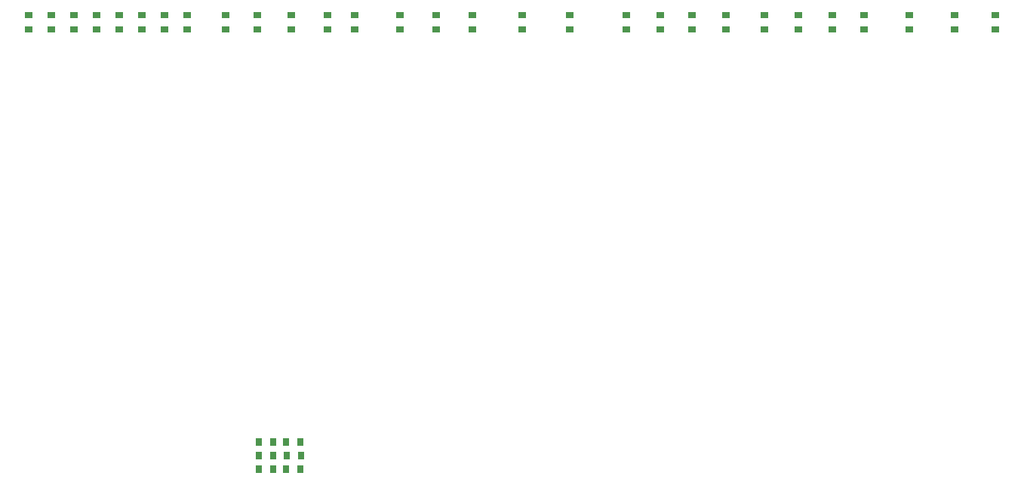
<source format=gbp>
G04*
G04 #@! TF.GenerationSoftware,Altium Limited,Altium Designer,22.3.1 (43)*
G04*
G04 Layer_Color=128*
%FSLAX25Y25*%
%MOIN*%
G70*
G04*
G04 #@! TF.SameCoordinates,D3354991-DD5C-4E6D-8F59-54D9BE61E837*
G04*
G04*
G04 #@! TF.FilePolarity,Positive*
G04*
G01*
G75*
%ADD16R,0.03740X0.03150*%
%ADD18R,0.03150X0.03740*%
D16*
X486000Y334350D02*
D03*
Y340650D02*
D03*
X504000D02*
D03*
Y334350D02*
D03*
X466000Y340650D02*
D03*
Y334350D02*
D03*
X446000Y340650D02*
D03*
Y334350D02*
D03*
X417000Y340650D02*
D03*
Y334350D02*
D03*
X402000Y340650D02*
D03*
Y334350D02*
D03*
X432000Y340650D02*
D03*
Y334350D02*
D03*
X385000Y340650D02*
D03*
Y334350D02*
D03*
X370000Y340650D02*
D03*
Y334350D02*
D03*
X356000Y340650D02*
D03*
Y334350D02*
D03*
X341000Y340650D02*
D03*
Y334350D02*
D03*
X316000Y340650D02*
D03*
Y334350D02*
D03*
X295000Y340650D02*
D03*
Y334350D02*
D03*
X257000D02*
D03*
Y340650D02*
D03*
X273000Y334350D02*
D03*
Y340650D02*
D03*
X241000Y334350D02*
D03*
Y340650D02*
D03*
X209000Y334350D02*
D03*
Y340650D02*
D03*
X221000Y334350D02*
D03*
Y340650D02*
D03*
X193000Y334350D02*
D03*
Y340650D02*
D03*
X178000Y334350D02*
D03*
Y340650D02*
D03*
X164000Y334350D02*
D03*
Y340650D02*
D03*
X147000Y334350D02*
D03*
Y340650D02*
D03*
X137000Y334350D02*
D03*
Y340650D02*
D03*
X127000Y334350D02*
D03*
Y340650D02*
D03*
X117000Y334350D02*
D03*
Y340650D02*
D03*
X107000Y334350D02*
D03*
Y340650D02*
D03*
X97000Y334350D02*
D03*
Y340650D02*
D03*
X87000Y334350D02*
D03*
Y340650D02*
D03*
X77000Y334350D02*
D03*
Y340650D02*
D03*
D18*
X197299Y146000D02*
D03*
X191000D02*
D03*
X197150Y152000D02*
D03*
X190850D02*
D03*
X178701Y146000D02*
D03*
X185000D02*
D03*
X178850Y152000D02*
D03*
X185150D02*
D03*
X197150Y140000D02*
D03*
X190850D02*
D03*
X178850Y140000D02*
D03*
X185150D02*
D03*
M02*

</source>
